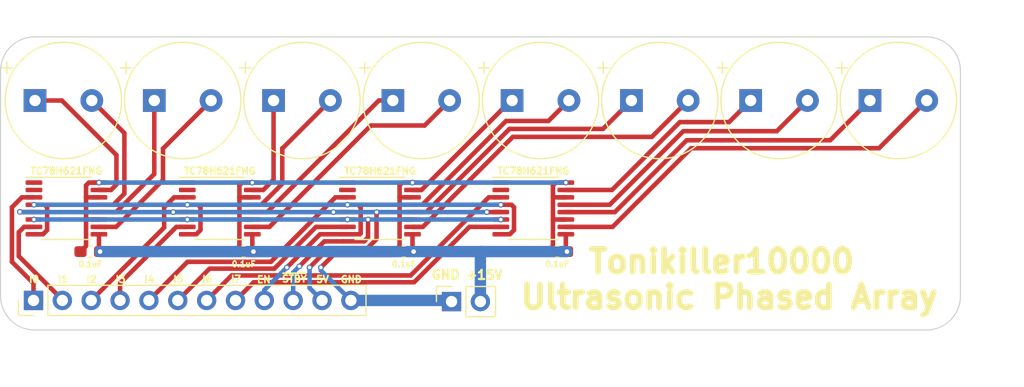
<source format=kicad_pcb>
(kicad_pcb (version 20221018) (generator pcbnew)
  (layers (0 "F.Cu" signal) (31 "B.Cu" signal) (34 "B.Paste" user) (35 "F.Paste" user) (36 "B.SilkS" user "B.Silkscreen") (37 "F.SilkS" user "F.Silkscreen") (38 "B.Mask" user) (39 "F.Mask" user) (44 "Edge.Cuts" user))
  (net 0 "")
  (net 1 "GND")
  (net 2 "+15V")
  (net 3 "/I_{0}")
  (net 4 "/I_{1}")
  (net 5 "/I_{2}")
  (net 6 "/I_{3}")
  (net 7 "/I_{4}")
  (net 8 "/I_{5}")
  (net 9 "/I_{6}")
  (net 10 "/I_{7}")
  (net 11 "/EN")
  (net 12 "/~{STBY}")
  (net 13 "+5V")
  (net 14 "Net-(U1-AO2)")
  (net 15 "Net-(U1-AO1)")
  (net 16 "Net-(U1-BO2)")
  (net 17 "Net-(U1-BO1)")
  (net 18 "Net-(U2-AO2)")
  (net 19 "Net-(U2-AO1)")
  (net 20 "Net-(U2-BO2)")
  (net 21 "Net-(U2-BO1)")
  (net 22 "Net-(U3-AO2)")
  (net 23 "Net-(U3-AO1)")
  (net 24 "Net-(U3-BO2)")
  (net 25 "Net-(U3-BO1)")
  (net 26 "Net-(U4-AO2)")
  (net 27 "Net-(U4-AO1)")
  (net 28 "Net-(U4-BO2)")
  (net 29 "Net-(U4-BO1)")
  (footprint "Capacitor_THT:CP_Radial_D10.0mm_P5.00mm" (layer "F.Cu") (at 136.432323 65.4)
    (fp_text reference "LS8" hide)
    (fp_text value "TCT40-16_UltrasonicSpeaker" hide)
    (fp_line (start -2.979646 -2.875) (end -1.979646 -2.875) (stroke (width 0.12)) (layer "F.SilkS"))
    (fp_line (start -2.479646 -3.375) (end -2.479646 -2.375) (stroke (width 0.12)) (layer "F.SilkS"))
    (fp_circle (center 2.5 0) (end 7.62 0) (stroke (width 0.12)) (fill none) (layer "F.SilkS"))
    (pad "1" thru_hole rect (at 0 0) (size 2 2) (drill 1) (layers "*.Cu" "*.Mask") (net 29 "Net-(U4-BO1)"))
    (pad "2" thru_hole circle (at 5 0) (size 2 2) (drill 1) (layers "*.Cu" "*.Mask") (net 28 "Net-(U4-BO2)"))
  )
  (footprint "Package_SO:TSSOP-16_4.4x5mm_P0.65mm" (layer "F.Cu") (at 65.7 74.9)
    (fp_text reference "U1" hide)
    (fp_text value "TC78H621FNG" (at 0 -3.3) (layer "F.SilkS") (effects (font (size 0.6 0.6))))
    (fp_line (start 0 -2.735) (end -3.6 -2.735) (stroke (width 0.12)) (layer "F.SilkS"))
    (fp_line (start 0 -2.735) (end 2.2 -2.735) (stroke (width 0.12)) (layer "F.SilkS"))
    (fp_line (start 0 2.735) (end -2.2 2.735) (stroke (width 0.12)) (layer "F.SilkS"))
    (fp_line (start 0 2.735) (end 2.2 2.735) (stroke (width 0.12)) (layer "F.SilkS"))
    (pad "1" smd roundrect (at -2.8625 -2.275) (size 1.475 0.4) (layers "F.Cu" "F.Paste" "F.Mask"))
    (pad "2" smd roundrect (at -2.8625 -1.625) (size 1.475 0.4) (layers "F.Cu" "F.Paste" "F.Mask"))
    (pad "3" smd roundrect (at -2.8625 -0.975) (size 1.475 0.4) (layers "F.Cu" "F.Paste" "F.Mask") (net 3 "/I_{0}"))
    (pad "4" smd roundrect (at -2.8625 -0.325) (size 1.475 0.4) (layers "F.Cu" "F.Paste" "F.Mask") (net 11 "/EN"))
    (pad "5" smd roundrect (at -2.8625 0.325) (size 1.475 0.4) (layers "F.Cu" "F.Paste" "F.Mask") (net 13 "+5V"))
    (pad "6" smd roundrect (at -2.8625 0.975) (size 1.475 0.4) (layers "F.Cu" "F.Paste" "F.Mask") (net 12 "/~{STBY}"))
    (pad "7" smd roundrect (at -2.8625 1.625) (size 1.475 0.4) (layers "F.Cu" "F.Paste" "F.Mask") (net 4 "/I_{1}"))
    (pad "8" smd roundrect (at -2.8625 2.275) (size 1.475 0.4) (layers "F.Cu" "F.Paste" "F.Mask") (net 11 "/EN"))
    (pad "9" smd roundrect (at 2.8625 2.275) (size 1.475 0.4) (layers "F.Cu" "F.Paste" "F.Mask") (net 2 "+15V"))
    (pad "10" smd roundrect (at 2.8625 1.625) (size 1.475 0.4) (layers "F.Cu" "F.Paste" "F.Mask") (net 16 "Net-(U1-BO2)"))
    (pad "11" smd roundrect (at 2.8625 0.975) (size 1.475 0.4) (layers "F.Cu" "F.Paste" "F.Mask") (net 1 "GND"))
    (pad "12" smd roundrect (at 2.8625 0.325) (size 1.475 0.4) (layers "F.Cu" "F.Paste" "F.Mask") (net 17 "Net-(U1-BO1)"))
    (pad "13" smd roundrect (at 2.8625 -0.325) (size 1.475 0.4) (layers "F.Cu" "F.Paste" "F.Mask") (net 14 "Net-(U1-AO2)"))
    (pad "14" smd roundrect (at 2.8625 -0.975) (size 1.475 0.4) (layers "F.Cu" "F.Paste" "F.Mask") (net 1 "GND"))
    (pad "15" smd roundrect (at 2.8625 -1.625) (size 1.475 0.4) (layers "F.Cu" "F.Paste" "F.Mask") (net 15 "Net-(U1-AO1)"))
    (pad "16" smd roundrect (at 2.8625 -2.275) (size 1.475 0.4) (layers "F.Cu" "F.Paste" "F.Mask") (net 1 "GND"))
  )
  (footprint "Capacitor_THT:CP_Radial_D10.0mm_P5.00mm" (layer "F.Cu") (at 62.932323 65.4)
    (fp_text reference "LS1" hide)
    (fp_text value "TCT40-16_UltrasonicSpeaker" hide)
    (fp_line (start -2.979646 -2.875) (end -1.979646 -2.875) (stroke (width 0.12)) (layer "F.SilkS"))
    (fp_line (start -2.479646 -3.375) (end -2.479646 -2.375) (stroke (width 0.12)) (layer "F.SilkS"))
    (fp_circle (center 2.5 0) (end 7.62 0) (stroke (width 0.12)) (fill none) (layer "F.SilkS"))
    (pad "1" thru_hole rect (at 0 0) (size 2 2) (drill 1) (layers "*.Cu" "*.Mask") (net 15 "Net-(U1-AO1)"))
    (pad "2" thru_hole circle (at 5 0) (size 2 2) (drill 1) (layers "*.Cu" "*.Mask") (net 14 "Net-(U1-AO2)"))
  )
  (footprint "Package_SO:TSSOP-16_4.4x5mm_P0.65mm" (layer "F.Cu") (at 93.3 74.9)
    (fp_text reference "U3" hide)
    (fp_text value "TC78H621FNG" (at 0 -3.3) (layer "F.SilkS") (effects (font (size 0.6 0.6))))
    (fp_line (start 0 -2.735) (end -3.6 -2.735) (stroke (width 0.12)) (layer "F.SilkS"))
    (fp_line (start 0 -2.735) (end 2.2 -2.735) (stroke (width 0.12)) (layer "F.SilkS"))
    (fp_line (start 0 2.735) (end -2.2 2.735) (stroke (width 0.12)) (layer "F.SilkS"))
    (fp_line (start 0 2.735) (end 2.2 2.735) (stroke (width 0.12)) (layer "F.SilkS"))
    (pad "1" smd roundrect (at -2.8625 -2.275) (size 1.475 0.4) (layers "F.Cu" "F.Paste" "F.Mask"))
    (pad "2" smd roundrect (at -2.8625 -1.625) (size 1.475 0.4) (layers "F.Cu" "F.Paste" "F.Mask"))
    (pad "3" smd roundrect (at -2.8625 -0.975) (size 1.475 0.4) (layers "F.Cu" "F.Paste" "F.Mask") (net 7 "/I_{4}"))
    (pad "4" smd roundrect (at -2.8625 -0.325) (size 1.475 0.4) (layers "F.Cu" "F.Paste" "F.Mask") (net 11 "/EN"))
    (pad "5" smd roundrect (at -2.8625 0.325) (size 1.475 0.4) (layers "F.Cu" "F.Paste" "F.Mask") (net 13 "+5V"))
    (pad "6" smd roundrect (at -2.8625 0.975) (size 1.475 0.4) (layers "F.Cu" "F.Paste" "F.Mask") (net 12 "/~{STBY}"))
    (pad "7" smd roundrect (at -2.8625 1.625) (size 1.475 0.4) (layers "F.Cu" "F.Paste" "F.Mask") (net 8 "/I_{5}"))
    (pad "8" smd roundrect (at -2.8625 2.275) (size 1.475 0.4) (layers "F.Cu" "F.Paste" "F.Mask") (net 11 "/EN"))
    (pad "9" smd roundrect (at 2.8625 2.275) (size 1.475 0.4) (layers "F.Cu" "F.Paste" "F.Mask") (net 2 "+15V"))
    (pad "10" smd roundrect (at 2.8625 1.625) (size 1.475 0.4) (layers "F.Cu" "F.Paste" "F.Mask") (net 24 "Net-(U3-BO2)"))
    (pad "11" smd roundrect (at 2.8625 0.975) (size 1.475 0.4) (layers "F.Cu" "F.Paste" "F.Mask") (net 1 "GND"))
    (pad "12" smd roundrect (at 2.8625 0.325) (size 1.475 0.4) (layers "F.Cu" "F.Paste" "F.Mask") (net 25 "Net-(U3-BO1)"))
    (pad "13" smd roundrect (at 2.8625 -0.325) (size 1.475 0.4) (layers "F.Cu" "F.Paste" "F.Mask") (net 22 "Net-(U3-AO2)"))
    (pad "14" smd roundrect (at 2.8625 -0.975) (size 1.475 0.4) (layers "F.Cu" "F.Paste" "F.Mask") (net 1 "GND"))
    (pad "15" smd roundrect (at 2.8625 -1.625) (size 1.475 0.4) (layers "F.Cu" "F.Paste" "F.Mask") (net 23 "Net-(U3-AO1)"))
    (pad "16" smd roundrect (at 2.8625 -2.275) (size 1.475 0.4) (layers "F.Cu" "F.Paste" "F.Mask") (net 1 "GND"))
  )
  (footprint "Connector_PinSocket_2.54mm:PinSocket_1x02_P2.54mm_Vertical" (layer "F.Cu") (at 99.6 83.1 90)
    (fp_text reference "J2" hide)
    (fp_text value "Conn_01x02_Socket")
    (fp_line (start -1.33 1.27) (end -1.33 3.87) (stroke (width 0.12)) (layer "F.SilkS"))
    (fp_line (start -1.33 1.27) (end 1.33 1.27) (stroke (width 0.12)) (layer "F.SilkS"))
    (fp_line (start -1.33 3.87) (end 1.33 3.87) (stroke (width 0.12)) (layer "F.SilkS"))
    (fp_line (start 0 -1.33) (end 1.33 -1.33) (stroke (width 0.12)) (layer "F.SilkS"))
    (fp_line (start 1.33 -1.33) (end 1.33 0) (stroke (width 0.12)) (layer "F.SilkS"))
    (fp_line (start 1.33 1.27) (end 1.33 3.87) (stroke (width 0.12)) (layer "F.SilkS"))
    (pad "1" thru_hole rect (at 0 0 90) (size 1.7 1.7) (drill 1) (layers "*.Cu" "*.Mask") (net 1 "GND"))
    (pad "2" thru_hole oval (at 0 2.54 90) (size 1.7 1.7) (drill 1) (layers "*.Cu" "*.Mask") (net 2 "+15V"))
  )
  (footprint "Connector_PinHeader_2.54mm:PinHeader_1x12_P2.54mm_Vertical" (layer "F.Cu") (at 62.8 83 90)
    (fp_text reference "J1" hide)
    (fp_text value "Conn_01x12_Pin")
    (fp_line (start -1.33 -1.33) (end 0 -1.33) (stroke (width 0.12)) (layer "F.SilkS"))
    (fp_line (start -1.33 0) (end -1.33 -1.33) (stroke (width 0.12)) (layer "F.SilkS"))
    (fp_line (start -1.33 1.27) (end -1.33 29.27) (stroke (width 0.12)) (layer "F.SilkS"))
    (fp_line (start -1.33 1.27) (end 1.33 1.27) (stroke (width 0.12)) (layer "F.SilkS"))
    (fp_line (start -1.33 29.27) (end 1.33 29.27) (stroke (width 0.12)) (layer "F.SilkS"))
    (fp_line (start 1.33 1.27) (end 1.33 29.27) (stroke (width 0.12)) (layer "F.SilkS"))
    (pad "1" thru_hole rect (at 0 0 90) (size 1.7 1.7) (drill 1) (layers "*.Cu" "*.Mask") (net 3 "/I_{0}"))
    (pad "2" thru_hole oval (at 0 2.54 90) (size 1.7 1.7) (drill 1) (layers "*.Cu" "*.Mask") (net 4 "/I_{1}"))
    (pad "3" thru_hole oval (at 0 5.08 90) (size 1.7 1.7) (drill 1) (layers "*.Cu" "*.Mask") (net 5 "/I_{2}"))
    (pad "4" thru_hole oval (at 0 7.62 90) (size 1.7 1.7) (drill 1) (layers "*.Cu" "*.Mask") (net 6 "/I_{3}"))
    (pad "5" thru_hole oval (at 0 10.16 90) (size 1.7 1.7) (drill 1) (layers "*.Cu" "*.Mask") (net 7 "/I_{4}"))
    (pad "6" thru_hole oval (at 0 12.7 90) (size 1.7 1.7) (drill 1) (layers "*.Cu" "*.Mask") (net 8 "/I_{5}"))
    (pad "7" thru_hole oval (at 0 15.24 90) (size 1.7 1.7) (drill 1) (layers "*.Cu" "*.Mask") (net 9 "/I_{6}"))
    (pad "8" thru_hole oval (at 0 17.78 90) (size 1.7 1.7) (drill 1) (layers "*.Cu" "*.Mask") (net 10 "/I_{7}"))
    (pad "9" thru_hole oval (at 0 20.32 90) (size 1.7 1.7) (drill 1) (layers "*.Cu" "*.Mask") (net 11 "/EN"))
    (pad "10" thru_hole oval (at 0 22.86 90) (size 1.7 1.7) (drill 1) (layers "*.Cu" "*.Mask") (net 12 "/~{STBY}"))
    (pad "11" thru_hole oval (at 0 25.4 90) (size 1.7 1.7) (drill 1) (layers "*.Cu" "*.Mask") (net 13 "+5V"))
    (pad "12" thru_hole oval (at 0 27.94 90) (size 1.7 1.7) (drill 1) (layers "*.Cu" "*.Mask") (net 1 "GND"))
  )
  (footprint "Capacitor_SMD:C_0603_1608Metric_Pad1.08x0.95mm_HandSolder" (layer "F.Cu") (at 81.3 78.7)
    (fp_text reference "C2" hide)
    (fp_text value "0.1uF" (at 0 1.1) (layer "F.SilkS") (effects (font (size 0.5 0.5) (thickness 0.125))))
    (fp_line (start -0.146267 -0.51) (end 0.146267 -0.51) (stroke (width 0.12)) (layer "F.SilkS"))
    (fp_line (start -0.146267 0.51) (end 0.146267 0.51) (stroke (width 0.12)) (layer "F.SilkS"))
    (pad "1" smd roundrect (at -0.8625 0) (size 1.075 0.95) (layers "F.Cu" "F.Paste" "F.Mask") (net 1 "GND"))
    (pad "2" smd roundrect (at 0.8625 0) (size 1.075 0.95) (layers "F.Cu" "F.Paste" "F.Mask") (net 2 "+15V"))
  )
  (footprint "Capacitor_THT:CP_Radial_D10.0mm_P5.00mm" (layer "F.Cu") (at 83.932323 65.4)
    (fp_text reference "LS3" hide)
    (fp_text value "TCT40-16_UltrasonicSpeaker" hide)
    (fp_line (start -2.979646 -2.875) (end -1.979646 -2.875) (stroke (width 0.12)) (layer "F.SilkS"))
    (fp_line (start -2.479646 -3.375) (end -2.479646 -2.375) (stroke (width 0.12)) (layer "F.SilkS"))
    (fp_circle (center 2.5 0) (end 7.62 0) (stroke (width 0.12)) (fill none) (layer "F.SilkS"))
    (pad "1" thru_hole rect (at 0 0) (size 2 2) (drill 1) (layers "*.Cu" "*.Mask") (net 19 "Net-(U2-AO1)"))
    (pad "2" thru_hole circle (at 5 0) (size 2 2) (drill 1) (layers "*.Cu" "*.Mask") (net 18 "Net-(U2-AO2)"))
  )
  (footprint "Capacitor_SMD:C_0603_1608Metric_Pad1.08x0.95mm_HandSolder" (layer "F.Cu") (at 67.8 78.7)
    (fp_text reference "C1" hide)
    (fp_text value "0.1uF" (at 0 1.1) (layer "F.SilkS") (effects (font (size 0.5 0.5) (thickness 0.125))))
    (fp_line (start -0.146267 -0.51) (end 0.146267 -0.51) (stroke (width 0.12)) (layer "F.SilkS"))
    (fp_line (start -0.146267 0.51) (end 0.146267 0.51) (stroke (width 0.12)) (layer "F.SilkS"))
    (pad "1" smd roundrect (at -0.8625 0) (size 1.075 0.95) (layers "F.Cu" "F.Paste" "F.Mask") (net 1 "GND"))
    (pad "2" smd roundrect (at 0.8625 0) (size 1.075 0.95) (layers "F.Cu" "F.Paste" "F.Mask") (net 2 "+15V"))
  )
  (footprint "Capacitor_THT:CP_Radial_D10.0mm_P5.00mm" (layer "F.Cu") (at 125.932323 65.4)
    (fp_text reference "LS7" hide)
    (fp_text value "TCT40-16_UltrasonicSpeaker" hide)
    (fp_line (start -2.979646 -2.875) (end -1.979646 -2.875) (stroke (width 0.12)) (layer "F.SilkS"))
    (fp_line (start -2.479646 -3.375) (end -2.479646 -2.375) (stroke (width 0.12)) (layer "F.SilkS"))
    (fp_circle (center 2.5 0) (end 7.62 0) (stroke (width 0.12)) (fill none) (layer "F.SilkS"))
    (pad "1" thru_hole rect (at 0 0) (size 2 2) (drill 1) (layers "*.Cu" "*.Mask") (net 27 "Net-(U4-AO1)"))
    (pad "2" thru_hole circle (at 5 0) (size 2 2) (drill 1) (layers "*.Cu" "*.Mask") (net 26 "Net-(U4-AO2)"))
  )
  (footprint "Capacitor_THT:CP_Radial_D10.0mm_P5.00mm" (layer "F.Cu") (at 104.932323 65.4)
    (fp_text reference "LS5" hide)
    (fp_text value "TCT40-16_UltrasonicSpeaker" hide)
    (fp_line (start -2.979646 -2.875) (end -1.979646 -2.875) (stroke (width 0.12)) (layer "F.SilkS"))
    (fp_line (start -2.479646 -3.375) (end -2.479646 -2.375) (stroke (width 0.12)) (layer "F.SilkS"))
    (fp_circle (center 2.5 0) (end 7.62 0) (stroke (width 0.12)) (fill none) (layer "F.SilkS"))
    (pad "1" thru_hole rect (at 0 0) (size 2 2) (drill 1) (layers "*.Cu" "*.Mask") (net 23 "Net-(U3-AO1)"))
    (pad "2" thru_hole circle (at 5 0) (size 2 2) (drill 1) (layers "*.Cu" "*.Mask") (net 22 "Net-(U3-AO2)"))
  )
  (footprint "Package_SO:TSSOP-16_4.4x5mm_P0.65mm" (layer "F.Cu") (at 79.2 74.9)
    (fp_text reference "U2" hide)
    (fp_text value "TC78H621FNG" (at 0 -3.3) (layer "F.SilkS") (effects (font (size 0.6 0.6))))
    (fp_line (start 0 -2.735) (end -3.6 -2.735) (stroke (width 0.12)) (layer "F.SilkS"))
    (fp_line (start 0 -2.735) (end 2.2 -2.735) (stroke (width 0.12)) (layer "F.SilkS"))
    (fp_line (start 0 2.735) (end -2.2 2.735) (stroke (width 0.12)) (layer "F.SilkS"))
    (fp_line (start 0 2.735) (end 2.2 2.735) (stroke (width 0.12)) (layer "F.SilkS"))
    (pad "1" smd roundrect (at -2.8625 -2.275) (size 1.475 0.4) (layers "F.Cu" "F.Paste" "F.Mask"))
    (pad "2" smd roundrect (at -2.8625 -1.625) (size 1.475 0.4) (layers "F.Cu" "F.Paste" "F.Mask"))
    (pad "3" smd roundrect (at -2.8625 -0.975) (size 1.475 0.4) (layers "F.Cu" "F.Paste" "F.Mask") (net 5 "/I_{2}"))
    (pad "4" smd roundrect (at -2.8625 -0.325) (size 1.475 0.4) (layers "F.Cu" "F.Paste" "F.Mask") (net 11 "/EN"))
    (pad "5" smd roundrect (at -2.8625 0.325) (size 1.475 0.4) (layers "F.Cu" "F.Paste" "F.Mask") (net 13 "+5V"))
    (pad "6" smd roundrect (at -2.8625 0.975) (size 1.475 0.4) (layers "F.Cu" "F.Paste" "F.Mask") (net 12 "/~{STBY}"))
    (pad "7" smd roundrect (at -2.8625 1.625) (size 1.475 0.4) (layers "F.Cu" "F.Paste" "F.Mask") (net 6 "/I_{3}"))
    (pad "8" smd roundrect (at -2.8625 2.275) (size 1.475 0.4) (layers "F.Cu" "F.Paste" "F.Mask") (net 11 "/EN"))
    (pad "9" smd roundrect (at 2.8625 2.275) (size 1.475 0.4) (layers "F.Cu" "F.Paste" "F.Mask") (net 2 "+15V"))
    (pad "10" smd roundrect (at 2.8625 1.625) (size 1.475 0.4) (layers "F.Cu" "F.Paste" "F.Mask") (net 20 "Net-(U2-BO2)"))
    (pad "11" smd roundrect (at 2.8625 0.975) (size 1.475 0.4) (layers "F.Cu" "F.Paste" "F.Mask") (net 1 "GND"))
    (pad "12" smd roundrect (at 2.8625 0.325) (size 1.475 0.4) (layers "F.Cu" "F.Paste" "F.Mask") (net 21 "Net-(U2-BO1)"))
    (pad "13" smd roundrect (at 2.8625 -0.325) (size 1.475 0.4) (layers "F.Cu" "F.Paste" "F.Mask") (net 18 "Net-(U2-AO2)"))
    (pad "14" smd roundrect (at 2.8625 -0.975) (size 1.475 0.4) (layers "F.Cu" "F.Paste" "F.Mask") (net 1 "GND"))
    (pad "15" smd roundrect (at 2.8625 -1.625) (size 1.475 0.4) (layers "F.Cu" "F.Paste" "F.Mask") (net 19 "Net-(U2-AO1)"))
    (pad "16" smd roundrect (at 2.8625 -2.275) (size 1.475 0.4) (layers "F.Cu" "F.Paste" "F.Mask") (net 1 "GND"))
  )
  (footprint "Capacitor_THT:CP_Radial_D10.0mm_P5.00mm" (layer "F.Cu") (at 94.432323 65.4)
    (fp_text reference "LS4" hide)
    (fp_text value "TCT40-16_UltrasonicSpeaker" hide)
    (fp_line (start -2.979646 -2.875) (end -1.979646 -2.875) (stroke (width 0.12)) (layer "F.SilkS"))
    (fp_line (start -2.479646 -3.375) (end -2.479646 -2.375) (stroke (width 0.12)) (layer "F.SilkS"))
    (fp_circle (center 2.5 0) (end 7.62 0) (stroke (width 0.12)) (fill none) (layer "F.SilkS"))
    (pad "1" thru_hole rect (at 0 0) (size 2 2) (drill 1) (layers "*.Cu" "*.Mask") (net 21 "Net-(U2-BO1)"))
    (pad "2" thru_hole circle (at 5 0) (size 2 2) (drill 1) (layers "*.Cu" "*.Mask") (net 20 "Net-(U2-BO2)"))
  )
  (footprint "Capacitor_SMD:C_0603_1608Metric_Pad1.08x0.95mm_HandSolder" (layer "F.Cu") (at 108.9 78.7)
    (fp_text reference "C4" hide)
    (fp_text value "0.1uF" (at 0 1.1) (layer "F.SilkS") (effects (font (size 0.5 0.5) (thickness 0.125))))
    (fp_line (start -0.146267 -0.51) (end 0.146267 -0.51) (stroke (width 0.12)) (layer "F.SilkS"))
    (fp_line (start -0.146267 0.51) (end 0.146267 0.51) (stroke (width 0.12)) (layer "F.SilkS"))
    (pad "1" smd roundrect (at -0.8625 0) (size 1.075 0.95) (layers "F.Cu" "F.Paste" "F.Mask") (net 1 "GND"))
    (pad "2" smd roundrect (at 0.8625 0) (size 1.075 0.95) (layers "F.Cu" "F.Paste" "F.Mask") (net 2 "+15V"))
  )
  (footprint "Capacitor_THT:CP_Radial_D10.0mm_P5.00mm" (layer "F.Cu") (at 73.432323 65.4)
    (fp_text reference "LS2" hide)
    (fp_text value "TCT40-16_UltrasonicSpeaker" hide)
    (fp_line (start -2.979646 -2.875) (end -1.979646 -2.875) (stroke (width 0.12)) (layer "F.SilkS"))
    (fp_line (start -2.479646 -3.375) (end -2.479646 -2.375) (stroke (width 0.12)) (layer "F.SilkS"))
    (fp_circle (center 2.5 0) (end 7.62 0) (stroke (width 0.12)) (fill none) (layer "F.SilkS"))
    (pad "1" thru_hole rect (at 0 0) (size 2 2) (drill 1) (layers "*.Cu" "*.Mask") (net 17 "Net-(U1-BO1)"))
    (pad "2" thru_hole circle (at 5 0) (size 2 2) (drill 1) (layers "*.Cu" "*.Mask") (net 16 "Net-(U1-BO2)"))
  )
  (footprint "Capacitor_THT:CP_Radial_D10.0mm_P5.00mm" (layer "F.Cu") (at 115.432323 65.4)
    (fp_text reference "LS6" hide)
    (fp_text value "TCT40-16_UltrasonicSpeaker" hide)
    (fp_line (start -2.979646 -2.875) (end -1.979646 -2.875) (stroke (width 0.12)) (layer "F.SilkS"))
    (fp_line (start -2.479646 -3.375) (end -2.479646 -2.375) (stroke (width 0.12)) (layer "F.SilkS"))
    (fp_circle (center 2.5 0) (end 7.62 0) (stroke (width 0.12)) (fill none) (layer "F.SilkS"))
    (pad "1" thru_hole rect (at 0 0) (size 2 2) (drill 1) (layers "*.Cu" "*.Mask") (net 25 "Net-(U3-BO1)"))
    (pad "2" thru_hole circle (at 5 0) (size 2 2) (drill 1) (layers "*.Cu" "*.Mask") (net 24 "Net-(U3-BO2)"))
  )
  (footprint "Package_SO:TSSOP-16_4.4x5mm_P0.65mm" (layer "F.Cu") (at 106.8 74.9)
    (fp_text reference "U4" hide)
    (fp_text value "TC78H621FNG" (at 0 -3.3) (layer "F.SilkS") (effects (font (size 0.6 0.6))))
    (fp_line (start 0 -2.735) (end -3.6 -2.735) (stroke (width 0.12)) (layer "F.SilkS"))
    (fp_line (start 0 -2.735) (end 2.2 -2.735) (stroke (width 0.12)) (layer "F.SilkS"))
    (fp_line (start 0 2.735) (end -2.2 2.735) (stroke (width 0.12)) (layer "F.SilkS"))
    (fp_line (start 0 2.735) (end 2.2 2.735) (stroke (width 0.12)) (layer "F.SilkS"))
    (pad "1" smd roundrect (at -2.8625 -2.275) (size 1.475 0.4) (layers "F.Cu" "F.Paste" "F.Mask"))
    (pad "2" smd roundrect (at -2.8625 -1.625) (size 1.475 0.4) (layers "F.Cu" "F.Paste" "F.Mask"))
    (pad "3" smd roundrect (at -2.8625 -0.975) (size 1.475 0.4) (layers "F.Cu" "F.Paste" "F.Mask") (net 9 "/I_{6}"))
    (pad "4" smd roundrect (at -2.8625 -0.325) (size 1.475 0.4) (layers "F.Cu" "F.Paste" "F.Mask") (net 11 "/EN"))
    (pad "5" smd roundrect (at -2.8625 0.325) (size 1.475 0.4) (layers "F.Cu" "F.Paste" "F.Mask") (net 13 "+5V"))
    (pad "6" smd roundrect (at -2.8625 0.975) (size 1.475 0.4) (layers "F.Cu" "F.Paste" "F.Mask") (net 12 "/~{STBY}"))
    (pad "7" smd roundrect (at -2.8625 1.625) (size 1.475 0.4) (layers "F.Cu" "F.Paste" "F.Mask") (net 10 "/I_{7}"))
    (pad "8" smd roundrect (at -2.8625 2.275) (size 1.475 0.4) (layers "F.Cu" "F.Paste" "F.Mask") (net 11 "/EN"))
    (pad "9" smd roundrect (at 2.8625 2.275) (size 1.475 0.4) (layers "F.Cu" "F.Paste" "F.Mask") (net 2 "+15V"))
    (pad "10" smd roundrect (at 2.8625 1.625) (size 1.475 0.4) (layers "F.Cu" "F.Paste" "F.Mask") (net 28 "Net-(U4-BO2)"))
    (pad "11" smd roundrect (at 2.8625 0.975) (size 1.475 0.4) (layers "F.Cu" "F.Paste" "F.Mask") (net 1 "GND"))
    (pad "12" smd roundrect (at 2.8625 0.325) (size 1.475 0.4) (layers "F.Cu" "F.Paste" "F.Mask") (net 29 "Net-(U4-BO1)"))
    (pad "13" smd roundrect (at 2.8625 -0.325) (size 1.475 0.4) (layers "F.Cu" "F.Paste" "F.Mask") (net 26 "Net-(U4-AO2)"))
    (pad "14" smd roundrect (at 2.8625 -0.975) (size 1.475 0.4) (layers "F.Cu" "F.Paste" "F.Mask") (net 1 "GND"))
    (pad "15" smd roundrect (at 2.8625 -1.625) (size 1.475 0.4) (layers "F.Cu" "F.Paste" "F.Mask") (net 27 "Net-(U4-AO1)"))
    (pad "16" smd roundrect (at 2.8625 -2.275) (size 1.475 0.4) (layers "F.Cu" "F.Paste" "F.Mask") (net 1 "GND"))
  )
  (footprint "Capacitor_SMD:C_0603_1608Metric_Pad1.08x0.95mm_HandSolder" (layer "F.Cu") (at 95.4 78.7)
    (fp_text reference "C3" hide)
    (fp_text value "0.1uF" (at 0 1.1) (layer "F.SilkS") (effects (font (size 0.5 0.5) (thickness 0.125))))
    (fp_line (start -0.146267 -0.51) (end 0.146267 -0.51) (stroke (width 0.12)) (layer "F.SilkS"))
    (fp_line (start -0.146267 0.51) (end 0.146267 0.51) (stroke (width 0.12)) (layer "F.SilkS"))
    (pad "1" smd roundrect (at -0.8625 0) (size 1.075 0.95) (layers "F.Cu" "F.Paste" "F.Mask") (net 1 "GND"))
    (pad "2" smd roundrect (at 0.8625 0) (size 1.075 0.95) (layers "F.Cu" "F.Paste" "F.Mask") (net 2 "+15V"))
  )
  (gr_line (start 144.4 82.6) (end 144.4 62.8) (stroke (width 0.1)) (layer "Edge.Cuts"))
  (gr_line (start 141.4 59.8) (end 62.9 59.8) (stroke (width 0.1)) (layer "Edge.Cuts"))
  (gr_arc (start 144.4 82.6) (mid 143.52132 84.72132) (end 141.4 85.6) (stroke (width 0.1)) (layer "Edge.Cuts"))
  (gr_line (start 62.9 85.6) (end 141.4 85.6) (stroke (width 0.1)) (layer "Edge.Cuts"))
  (gr_line (start 59.9 62.8) (end 59.9 82.6) (stroke (width 0.1)) (layer "Edge.Cuts"))
  (gr_arc (start 62.9 85.6) (mid 60.77868 84.72132) (end 59.9 82.6) (stroke (width 0.1)) (layer "Edge.Cuts"))
  (gr_arc (start 59.9 62.8) (mid 60.77868 60.67868) (end 62.9 59.8) (stroke (width 0.1)) (layer "Edge.Cuts"))
  (gr_arc (start 141.4 59.8) (mid 143.52132 60.67868) (end 144.4 62.8) (stroke (width 0.1)) (layer "Edge.Cuts"))
  (gr_text "~{STBY}" (at 84.6 81.45) (layer "F.SilkS") (effects (font (size 0.6 0.6) (thickness 0.15) bold) (justify left bottom)))
  (gr_text "GND\n" (at 97.73 81.21) (layer "F.SilkS") (effects (font (size 0.8 0.8) (thickness 0.2) bold) (justify left bottom)))
  (gr_text "Ultrasonic Phased Array" (at 124.05 83.87) (layer "F.SilkS") (effects (font (size 2 2) (thickness 0.5) bold) (justify bottom)))
  (gr_text "I4" (at 72.476956 81.49) (layer "F.SilkS") (effects (font (size 0.6 0.6) (thickness 0.15) bold) (justify left bottom)))
  (gr_text "Tonikiller10000" (at 111.41 80.74) (layer "F.SilkS") (effects (font (size 2 2) (thickness 0.5) bold) (justify left bottom)))
  (gr_text "GND" (at 89.76 81.5) (layer "F.SilkS") (effects (font (size 0.6 0.6) (thickness 0.15) bold) (justify left bottom)))
  (gr_text "I0\n" (at 62.32 81.49) (layer "F.SilkS") (effects (font (size 0.6 0.6) (thickness 0.15) bold) (justify left bottom)))
  (gr_text "I1" (at 64.859239 81.49) (layer "F.SilkS") (effects (font (size 0.6 0.6) (thickness 0.15) bold) (justify left bottom)))
  (gr_text "I5" (at 75.016195 81.49) (layer "F.SilkS") (effects (font (size 0.6 0.6) (thickness 0.15) bold) (justify left bottom)))
  (gr_text "5V" (at 87.6 81.49) (layer "F.SilkS") (effects (font (size 0.6 0.6) (thickness 0.15) bold) (justify left bottom)))
  (gr_text "+15V" (at 100.74 81.22) (layer "F.SilkS") (effects (font (size 0.8 0.8) (thickness 0.2) bold) (justify left bottom)))
  (gr_text "I2" (at 67.398478 81.49) (layer "F.SilkS") (effects (font (size 0.6 0.6) (thickness 0.15) bold) (justify left bottom)))
  (gr_text "I7" (at 80.094675 81.47) (layer "F.SilkS") (effects (font (size 0.6 0.6) (thickness 0.15) bold) (justify left bottom)))
  (gr_text "EN" (at 82.39 81.51) (layer "F.SilkS") (effects (font (size 0.6 0.6) (thickness 0.15) bold) (justify left bottom)))
  (gr_text "I6" (at 77.555434 81.49) (layer "F.SilkS") (effects (font (size 0.6 0.6) (thickness 0.15) bold) (justify left bottom)))
  (gr_text "I3" (at 69.937717 81.49) (layer "F.SilkS") (effects (font (size 0.6 0.6) (thickness 0.15) bold) (justify left bottom)))
  (segment (start 108.775 72.625) (end 108.525 72.875) (width 0.4) (layer "F.Cu") (net 1))
  (segment (start 109.6625 72.625) (end 108.775 72.625) (width 0.4) (layer "F.Cu") (net 1))
  (segment (start 80.925 73.9) (end 80.925 75.4) (width 0.4) (layer "F.Cu") (net 1))
  (segment (start 80.95 73.925) (end 80.925 73.9) (width 0.4) (layer "F.Cu") (net 1))
  (segment (start 95.025 73.9) (end 95.025 75.4) (width 0.4) (layer "F.Cu") (net 1))
  (segment (start 68.5625 73.925) (end 67.45 73.925) (width 0.4) (layer "F.Cu") (net 1))
  (segment (start 67.425 78.2125) (end 66.9375 78.7) (width 0.4) (layer "F.Cu") (net 1))
  (segment (start 80.95 75.875) (end 80.925 75.9) (width 0.4) (layer "F.Cu") (net 1))
  (segment (start 108.525 75.4) (end 108.525 75.9) (width 0.4) (layer "F.Cu") (net 1))
  (segment (start 95.025 75.4) (end 95.025 75.9) (width 0.4) (layer "F.Cu") (net 1))
  (segment (start 80.925 72.875) (end 80.925 73.9) (width 0.4) (layer "F.Cu") (net 1))
  (segment (start 94.5375 78.7) (end 94.2375 79) (width 0.4) (layer "F.Cu") (net 1))
  (segment (start 90.6 79) (end 89.2 79) (width 0.4) (layer "F.Cu") (net 1))
  (segment (start 95.05 75.875) (end 95.025 75.9) (width 0.4) (layer "F.Cu") (net 1))
  (segment (start 80.925 75.4) (end 80.925 75.9) (width 0.4) (layer "F.Cu") (net 1))
  (segment (start 108.525 78.2125) (end 108.0375 78.7) (width 0.4) (layer "F.Cu") (net 1))
  (segment (start 95.025 75.9) (end 95.025 78.2125) (width 0.4) (layer "F.Cu") (net 1))
  (segment (start 95.025 78.2125) (end 94.5375 78.7) (width 0.4) (layer "F.Cu") (net 1))
  (segment (start 96.1625 75.875) (end 95.05 75.875) (width 0.4) (layer "F.Cu") (net 1))
  (segment (start 80.925 78.2125) (end 80.4375 78.7) (width 0.4) (layer "F.Cu") (net 1))
  (segment (start 94.2375 79) (end 90.6 79) (width 0.4) (layer "F.Cu") (net 1))
  (segment (start 95.05 73.925) (end 95.025 73.9) (width 0.4) (layer "F.Cu") (net 1))
  (segment (start 108.525 72.875) (end 108.525 73.9) (width 0.4) (layer "F.Cu") (net 1))
  (segment (start 89.2 79) (end 88.1 80.1) (width 0.4) (layer "F.Cu") (net 1))
  (segment (start 67.675 72.625) (end 67.425 72.875) (width 0.4) (layer "F.Cu") (net 1))
  (segment (start 108.55 73.925) (end 108.525 73.9) (width 0.4) (layer "F.Cu") (net 1))
  (segment (start 67.425 72.875) (end 67.425 73.9) (width 0.4) (layer "F.Cu") (net 1))
  (segment (start 96.1625 73.925) (end 95.05 73.925) (width 0.4) (layer "F.Cu") (net 1))
  (segment (start 95.025 72.875) (end 95.025 73.9) (width 0.4) (layer "F.Cu") (net 1))
  (segment (start 108.55 75.875) (end 108.525 75.9) (width 0.4) (layer "F.Cu") (net 1))
  (segment (start 82.0625 73.925) (end 80.95 73.925) (width 0.4) (layer "F.Cu") (net 1))
  (segment (start 109.6625 75.875) (end 108.55 75.875) (width 0.4) (layer "F.Cu") (net 1))
  (segment (start 95.275 72.625) (end 95.025 72.875) (width 0.4) (layer "F.Cu") (net 1))
  (segment (start 82.0625 72.625) (end 81.175 72.625) (width 0.4) (layer "F.Cu") (net 1))
  (segment (start 67.425 75.4) (end 67.425 75.9) (width 0.4) (layer "F.Cu") (net 1))
  (segment (start 80.925 75.9) (end 80.925 78.2125) (width 0.4) (layer "F.Cu") (net 1))
  (segment (start 108.525 73.9) (end 108.525 75.4) (width 0.4) (layer "F.Cu") (net 1))
  (segment (start 82.0625 75.875) (end 80.95 75.875) (width 0.4) (layer "F.Cu") (net 1))
  (segment (start 68.5625 75.875) (end 67.45 75.875) (width 0.4) (layer "F.Cu") (net 1))
  (segment (start 109.6625 73.925) (end 108.55 73.925) (width 0.4) (layer "F.Cu") (net 1))
  (segment (start 67.45 73.925) (end 67.425 73.9) (width 0.4) (layer "F.Cu") (net 1))
  (segment (start 81.175 72.625) (end 80.925 72.875) (width 0.4) (layer "F.Cu") (net 1))
  (segment (start 96.1625 72.625) (end 95.275 72.625) (width 0.4) (layer "F.Cu") (net 1))
  (segment (start 67.425 75.9) (end 67.425 78.2125) (width 0.4) (layer "F.Cu") (net 1))
  (segment (start 67.425 73.9) (end 67.425 75.4) (width 0.4) (layer "F.Cu") (net 1))
  (segment (start 68.5625 72.625) (end 67.675 72.625) (width 0.4) (layer "F.Cu") (net 1))
  (segment (start 67.45 75.875) (end 67.425 75.9) (width 0.4) (layer "F.Cu") (net 1))
  (segment (start 108.525 75.9) (end 108.525 78.2125) (width 0.4) (layer "F.Cu") (net 1))
  (via (at 82.0625 72.625) (size 0.5) (drill 0.3) (layers "F.Cu" "B.Cu") (net 1))
  (via (at 88.1 80.1) (size 0.5) (drill 0.3) (layers "F.Cu" "B.Cu") (net 1))
  (via (at 109.6625 72.625) (size 0.5) (drill 0.3) (layers "F.Cu" "B.Cu") (net 1))
  (via (at 96.1625 72.625) (size 0.5) (drill 0.3) (layers "F.Cu" "B.Cu") (net 1))
  (via (at 68.5625 72.625) (size 0.5) (drill 0.3) (layers "F.Cu" "B.Cu") (net 1))
  (segment (start 96.1625 72.625) (end 109.6625 72.625) (width 0.4) (layer "B.Cu") (net 1))
  (segment (start 88.1 80.36) (end 90.74 83) (width 0.4) (layer "B.Cu") (net 1))
  (segment (start 99.5 83) (end 90.74 83) (width 1) (layer "B.Cu") (net 1))
  (segment (start 82.0625 72.625) (end 96.1625 72.625) (width 0.4) (layer "B.Cu") (net 1))
  (segment (start 88.1 80.1) (end 88.1 80.36) (width 0.4) (layer "B.Cu") (net 1))
  (segment (start 68.5625 72.625) (end 82.0625 72.625) (width 0.4) (layer "B.Cu") (net 1))
  (segment (start 99.6 83.1) (end 99.5 83) (width 1) (layer "B.Cu") (net 1))
  (segment (start 96.1625 77.175) (end 96.1625 78.6) (width 0.4) (layer "F.Cu") (net 2))
  (segment (start 68.5625 78.6) (end 68.6625 78.7) (width 0.4) (layer "F.Cu") (net 2))
  (segment (start 109.6625 77.175) (end 109.6625 78.6) (width 0.4) (layer "F.Cu") (net 2))
  (segment (start 82.0625 78.6) (end 82.1625 78.7) (width 0.4) (layer "F.Cu") (net 2))
  (segment (start 68.5625 77.175) (end 68.5625 78.6) (width 0.4) (layer "F.Cu") (net 2))
  (segment (start 96.1625 78.6) (end 96.2625 78.7) (width 0.4) (layer "F.Cu") (net 2))
  (segment (start 82.0625 77.175) (end 82.0625 78.6) (width 0.4) (layer "F.Cu") (net 2))
  (segment (start 109.6625 78.6) (end 109.7625 78.7) (width 0.4) (layer "F.Cu") (net 2))
  (via (at 68.6625 78.7) (size 0.8) (drill 0.4) (layers "F.Cu" "B.Cu") (net 2))
  (via (at 96.2625 78.7) (size 0.8) (drill 0.4) (layers "F.Cu" "B.Cu") (net 2))
  (via (at 109.7625 78.7) (size 0.8) (drill 0.4) (layers "F.Cu" "B.Cu") (net 2))
  (via (at 82.1625 78.7) (size 0.8) (drill 0.4) (layers "F.Cu" "B.Cu") (net 2))
  (segment (start 102.2 78.7) (end 96.2625 78.7) (width 1) (layer "B.Cu") (net 2))
  (segment (start 82.1625 78.7) (end 68.6625 78.7) (width 1) (layer "B.Cu") (net 2))
  (segment (start 96.2625 78.7) (end 82.1625 78.7) (width 1) (layer "B.Cu") (net 2))
  (segment (start 109.7625 78.7) (end 102.2 78.7) (width 1) (layer "B.Cu") (net 2))
  (segment (start 102.14 83.1) (end 102.14 78.76) (width 1) (layer "B.Cu") (net 2))
  (segment (start 102.14 78.76) (end 102.2 78.7) (width 1) (layer "B.Cu") (net 2))
  (segment (start 62.8 81.5) (end 62.8 83) (width 0.4) (layer "F.Cu") (net 3))
  (segment (start 61.775 73.925) (end 60.9 74.8) (width 0.4) (layer "F.Cu") (net 3))
  (segment (start 60.9 79.6) (end 62.8 81.5) (width 0.4) (layer "F.Cu") (net 3))
  (segment (start 62.8375 73.925) (end 61.775 73.925) (width 0.4) (layer "F.Cu") (net 3))
  (segment (start 60.9 74.8) (end 60.9 79.6) (width 0.4) (layer "F.Cu") (net 3))
  (segment (start 61.5 79.1) (end 65.34 82.94) (width 0.4) (layer "F.Cu") (net 4))
  (segment (start 62.8375 76.525) (end 61.975 76.525) (width 0.4) (layer "F.Cu") (net 4))
  (segment (start 61.5 77) (end 61.5 79.1) (width 0.4) (layer "F.Cu") (net 4))
  (segment (start 61.975 76.525) (end 61.5 77) (width 0.4) (layer "F.Cu") (net 4))
  (segment (start 65.34 82.94) (end 65.34 83) (width 0.4) (layer "F.Cu") (net 4))
  (segment (start 76.2375 73.925) (end 75.175 73.925) (width 0.4) (layer "F.Cu") (net 5))
  (segment (start 75.175 73.925) (end 74.3 74.8) (width 0.4) (layer "F.Cu") (net 5))
  (segment (start 74.3 76.58) (end 67.88 83) (width 0.4) (layer "F.Cu") (net 5))
  (segment (start 74.3 74.8) (end 74.3 76.58) (width 0.4) (layer "F.Cu") (net 5))
  (segment (start 70.42 81.48) (end 70.42 83) (width 0.4) (layer "F.Cu") (net 6))
  (segment (start 75.375 76.525) (end 70.42 81.48) (width 0.4) (layer "F.Cu") (net 6))
  (segment (start 76.2375 76.525) (end 75.375 76.525) (width 0.4) (layer "F.Cu") (net 6))
  (segment (start 83.7 79.6) (end 76.36 79.6) (width 0.4) (layer "F.Cu") (net 7))
  (segment (start 89.375 73.925) (end 83.7 79.6) (width 0.4) (layer "F.Cu") (net 7))
  (segment (start 90.4375 73.925) (end 89.375 73.925) (width 0.4) (layer "F.Cu") (net 7))
  (segment (start 76.36 79.6) (end 72.96 83) (width 0.4) (layer "F.Cu") (net 7))
  (segment (start 84 80.2) (end 78.3 80.2) (width 0.4) (layer "F.Cu") (net 8))
  (segment (start 78.3 80.2) (end 75.5 83) (width 0.4) (layer "F.Cu") (net 8))
  (segment (start 87.675 76.525) (end 84 80.2) (width 0.4) (layer "F.Cu") (net 8))
  (segment (start 90.4375 76.525) (end 87.675 76.525) (width 0.4) (layer "F.Cu") (net 8))
  (segment (start 103.9375 73.925) (end 102.875 73.925) (width 0.4) (layer "F.Cu") (net 9))
  (segment (start 96 80.8) (end 102.25 74.55) (width 0.4) (layer "F.Cu") (net 9))
  (segment (start 78.04 83) (end 80.24 80.8) (width 0.4) (layer "F.Cu") (net 9))
  (segment (start 102.875 73.925) (end 102.25 74.55) (width 0.4) (layer "F.Cu") (net 9))
  (segment (start 80.24 80.8) (end 96 80.8) (width 0.4) (layer "F.Cu") (net 9))
  (segment (start 96.3 81.4) (end 82.18 81.4) (width 0.4) (layer "F.Cu") (net 10))
  (segment (start 82.18 81.4) (end 80.58 83) (width 0.4) (layer "F.Cu") (net 10))
  (segment (start 101.175 76.525) (end 96.3 81.4) (width 0.4) (layer "F.Cu") (net 10))
  (segment (start 103.9375 76.525) (end 101.175 76.525) (width 0.4) (layer "F.Cu") (net 10))
  (segment (start 64 76.807108) (end 63.632108 77.175) (width 0.4) (layer "F.Cu") (net 11))
  (segment (start 64 74.8) (end 64 76.807108) (width 0.4) (layer "F.Cu") (net 11))
  (segment (start 103.9375 74.575) (end 104.875 74.575) (width 0.4) (layer "F.Cu") (net 11))
  (segment (start 76.3375 74.575) (end 77.275 74.575) (width 0.4) (layer "F.Cu") (net 11))
  (segment (start 77.5 76.807108) (end 77.132108 77.175) (width 0.4) (layer "F.Cu") (net 11))
  (segment (start 77.275 74.575) (end 77.5 74.8) (width 0.4) (layer "F.Cu") (net 11))
  (segment (start 62.8375 74.575) (end 63.775 74.575) (width 0.4) (layer "F.Cu") (net 11))
  (segment (start 91.6 74.8) (end 91.6 77.1) (width 0.4) (layer "F.Cu") (net 11))
  (segment (start 91.525 77.175) (end 90.4375 77.175) (width 0.4) (layer "F.Cu") (net 11))
  (segment (start 91.375 74.575) (end 91.6 74.8) (width 0.4) (layer "F.Cu") (net 11))
  (segment (start 77.132108 77.175) (end 76.3375 77.175) (width 0.4) (layer "F.Cu") (net 11))
  (segment (start 105.1 74.8) (end 105.1 76.807108) (width 0.4) (layer "F.Cu") (net 11))
  (segment (start 104.732108 77.175) (end 103.9375 77.175) (width 0.4) (layer "F.Cu") (net 11))
  (segment (start 63.775 74.575) (end 64 74.8) (width 0.4) (layer "F.Cu") (net 11))
  (segment (start 88.025 77.175) (end 85.1 80.1) (width 0.4) (layer "F.Cu") (net 11))
  (segment (start 104.875 74.575) (end 105.1 74.8) (width 0.4) (layer "F.Cu") (net 11))
  (segment (start 105.1 76.807108) (end 104.732108 77.175) (width 0.4) (layer "F.Cu") (net 11))
  (segment (start 90.4375 77.175) (end 88.025 77.175) (width 0.4) (layer "F.Cu") (net 11))
  (segment (start 90.4375 74.575) (end 91.375 74.575) (width 0.4) (layer "F.Cu") (net 11))
  (segment (start 63.632108 77.175) (end 62.8375 77.175) (width 0.4) (layer "F.Cu") (net 11))
  (segment (start 91.6 77.1) (end 91.525 77.175) (width 0.4) (layer "F.Cu") (net 11))
  (segment (start 77.5 74.8) (end 77.5 76.807108) (width 0.4) (layer "F.Cu") (net 11))
  (via (at 62.8375 74.575) (size 0.5) (drill 0.3) (layers "F.Cu" "B.Cu") (net 11))
  (via (at 103.9375 74.575) (size 0.5) (drill 0.3) (layers "F.Cu" "B.Cu") (net 11))
  (via (at 76.3375 74.575) (size 0.5) (drill 0.3) (layers "F.Cu" "B.Cu") (net 11))
  (via (at 90.4375 74.575) (size 0.5) (drill 0.3) (layers "F.Cu" "B.Cu") (net 11))
  (via (at 85.1 80.1) (size 0.5) (drill 0.3) (layers "F.Cu" "B.Cu") (net 11))
  (segment (start 85.1 80.1) (end 83.12 82.08) (width 0.4) (layer "B.Cu") (net 11))
  (segment (start 83.12 82.08) (end 83.12 83) (width 0.4) (layer "B.Cu") (net 11))
  (segment (start 76.3375 74.575) (end 90.4375 74.575) (width 0.4) (layer "B.Cu") (net 11))
  (segment (start 62.8375 74.575) (end 76.3375 74.575) (width 0.4) (layer "B.Cu") (net 11))
  (segment (start 90.4375 74.575) (end 103.9375 74.575) (width 0.4) (layer "B.Cu") (net 11))
  (segment (start 92 77.7) (end 91.9 77.8) (width 0.4) (layer "F.Cu") (net 12))
  (segment (start 90.1 77.8) (end 88.4 77.8) (width 0.4) (layer "F.Cu") (net 12))
  (segment (start 91.9 77.8) (end 90.1 77.8) (width 0.4) (layer "F.Cu") (net 12))
  (segment (start 92.2495 77.4505) (end 92 77.7) (width 0.4) (layer "F.Cu") (net 12))
  (segment (start 88.4 77.8) (end 86.2 80) (width 0.4) (layer "F.Cu") (net 12))
  (segment (start 92.2495 75.875) (end 92.2495 77.4505) (width 0.4) (layer "F.Cu") (net 12))
  (via (at 76.3375 75.875) (size 0.5) (drill 0.3) (layers "F.Cu" "B.Cu") (net 12))
  (via (at 92.2495 75.875) (size 0.5) (drill 0.3) (layers "F.Cu" "B.Cu") (net 12))
  (via (at 86.2 80) (size 0.5) (drill 0.3) (layers "F.Cu" "B.Cu") (net 12))
  (via (at 62.8375 75.875) (size 0.5) (drill 0.3) (layers "F.Cu" "B.Cu") (net 12))
  (via (at 90.4375 75.875) (size 0.5) (drill 0.3) (layers "F.Cu" "B.Cu") (net 12))
  (via (at 103.9375 75.875) (size 0.5) (drill 0.3) (layers "F.Cu" "B.Cu") (net 12))
  (segment (start 90.4375 75.875) (end 103.9375 75.875) (width 0.4) (layer "B.Cu") (net 12))
  (segment (start 85.66 80.54) (end 85.66 83) (width 0.4) (layer "B.Cu") (net 12))
  (segment (start 76.3375 75.875) (end 90.4375 75.875) (width 0.4) (layer "B.Cu") (net 12))
  (segment (start 62.8375 75.875) (end 76.3375 75.875) (width 0.4) (layer "B.Cu") (net 12))
  (segment (start 86.2 80) (end 85.66 80.54) (width 0.4) (layer "B.Cu") (net 12))
  (segment (start 61.6 75.2) (end 61.625 75.225) (width 0.4) (layer "F.Cu") (net 13))
  (segment (start 103.4005 75.225) (end 103.4 75.2245) (width 0.4) (layer "F.Cu") (net 13))
  (segment (start 90.437 75.2245) (end 90.4375 75.225) (width 0.4) (layer "F.Cu") (net 13))
  (segment (start 92.2 78.4) (end 91.1 78.4) (width 0.4) (layer "F.Cu") (net 13))
  (segment (start 89.2 75.2245) (end 90.437 75.2245) (width 0.4) (layer "F.Cu") (net 13))
  (segment (start 92.5 78.1) (end 92.2 78.4) (width 0.4) (layer "F.Cu") (net 13))
  (segment (start 76.337 75.2245) (end 76.3375 75.225) (width 0.4) (layer "F.Cu") (net 13))
  (segment (start 75.1 75.2245) (end 76.337 75.2245) (width 0.4) (layer "F.Cu") (net 13))
  (segment (start 88.8 78.4) (end 87.1 80.1) (width 0.4) (layer "F.Cu") (net 13))
  (segment (start 103.9375 75.225) (end 103.4005 75.225) (width 0.4) (layer "F.Cu") (net 13))
  (segment (start 93 77.6) (end 92.5 78.1) (width 0.4) (layer "F.Cu") (net 13))
  (segment (start 103.9375 75.225) (end 102.7005 75.225) (width 0.4) (layer "F.Cu") (net 13))
  (segment (start 61.625 75.225) (end 62.8375 75.225) (width 0.4) (layer "F.Cu") (net 13))
  (segment (start 93 75.2245) (end 93 77.6) (width 0.4) (layer "F.Cu") (net 13))
  (segment (start 91.1 78.4) (end 88.8 78.4) (width 0.4) (layer "F.Cu") (net 13))
  (segment (start 102.7005 75.225) (end 102.7 75.2245) (width 0.4) (layer "F.Cu") (net 13))
  (via (at 102.7 75.2245) (size 0.5) (drill 0.3) (layers "F.Cu" "B.Cu") (net 13))
  (via (at 75.1 75.2245) (size 0.5) (drill 0.3) (layers "F.Cu" "B.Cu") (net 13))
  (via (at 61.6 75.2) (size 0.5) (drill 0.3) (layers "F.Cu" "B.Cu") (net 13))
  (via (at 87.1 80.1) (size 0.5) (drill 0.3) (layers "F.Cu" "B.Cu") (net 13))
  (via (at 89.2 75.2245) (size 0.5) (drill 0.3) (layers "F.Cu" "B.Cu") (net 13))
  (via (at 93 75.2245) (size 0.5) (drill 0.3) (layers "F.Cu" "B.Cu") (net 13))
  (segment (start 61.6245 75.2245) (end 61.6 75.2) (width 0.4) (layer "B.Cu") (net 13))
  (segment (start 87.1 80.1) (end 87.1 81.9) (width 0.4) (layer "B.Cu") (net 13))
  (segment (start 87.1 81.9) (end 88.2 83) (width 0.4) (layer "B.Cu") (net 13))
  (segment (start 89.2 75.2245) (end 75.1 75.2245) (width 0.4) (layer "B.Cu") (net 13))
  (segment (start 75.1 75.2245) (end 61.6245 75.2245) (width 0.4) (layer "B.Cu") (net 13))
  (segment (start 102.7 75.2245) (end 90.438 75.2245) (width 0.4) (layer "B.Cu") (net 13))
  (segment (start 90.438 75.2245) (end 89.2 75.2245) (width 0.4) (layer "B.Cu") (net 13))
  (segment (start 69.825 74.575) (end 70.8 73.6) (width 0.4) (layer "F.Cu") (net 14))
  (segment (start 70.8 68.267677) (end 67.932323 65.4) (width 0.4) (layer "F.Cu") (net 14))
  (segment (start 70.8 73.6) (end 70.8 68.267677) (width 0.4) (layer "F.Cu") (net 14))
  (segment (start 68.5625 74.575) (end 69.825 74.575) (width 0.4) (layer "F.Cu") (net 14))
  (segment (start 62.932323 65.4) (end 65.3 65.4) (width 0.4) (layer "F.Cu") (net 15))
  (segment (start 65.3 65.4) (end 70.1 70.2) (width 0.4) (layer "F.Cu") (net 15))
  (segment (start 69.625 73.275) (end 68.5625 73.275) (width 0.4) (layer "F.Cu") (net 15))
  (segment (start 70.1 70.2) (end 70.1 72.8) (width 0.4) (layer "F.Cu") (net 15))
  (segment (start 70.1 72.8) (end 69.625 73.275) (width 0.4) (layer "F.Cu") (net 15))
  (segment (start 68.5625 76.525) (end 70.075 76.525) (width 0.4) (layer "F.Cu") (net 16))
  (segment (start 74.2 69.632323) (end 78.432323 65.4) (width 0.4) (layer "F.Cu") (net 16))
  (segment (start 70.075 76.525) (end 74.2 72.4) (width 0.4) (layer "F.Cu") (net 16))
  (segment (start 74.2 72.4) (end 74.2 69.632323) (width 0.4) (layer "F.Cu") (net 16))
  (segment (start 68.5625 75.225) (end 70.075 75.225) (width 0.4) (layer "F.Cu") (net 17))
  (segment (start 73.432323 71.867677) (end 73.432323 65.4) (width 0.4) (layer "F.Cu") (net 17))
  (segment (start 70.075 75.225) (end 73.432323 71.867677) (width 0.4) (layer "F.Cu") (net 17))
  (segment (start 84.7 69.6) (end 84.732323 69.6) (width 0.4) (layer "F.Cu") (net 18))
  (segment (start 84.7 72.732108) (end 84.7 69.6) (width 0.4) (layer "F.Cu") (net 18))
  (segment (start 82.857108 74.575) (end 84.7 72.732108) (width 0.4) (layer "F.Cu") (net 18))
  (segment (start 84.732323 69.6) (end 88.932323 65.4) (width 0.4) (layer "F.Cu") (net 18))
  (segment (start 82.0625 74.575) (end 82.857108 74.575) (width 0.4) (layer "F.Cu") (net 18))
  (segment (start 82.0625 73.275) (end 83.025 73.275) (width 0.4) (layer "F.Cu") (net 19))
  (segment (start 83.025 73.275) (end 83.932323 72.367677) (width 0.4) (layer "F.Cu") (net 19))
  (segment (start 83.932323 72.367677) (end 83.932323 65.4) (width 0.4) (layer "F.Cu") (net 19))
  (segment (start 92.5 67.6) (end 97.232323 67.6) (width 0.4) (layer "F.Cu") (net 20))
  (segment (start 83.575 76.525) (end 92.5 67.6) (width 0.4) (layer "F.Cu") (net 20))
  (segment (start 82.0625 76.525) (end 83.575 76.525) (width 0.4) (layer "F.Cu") (net 20))
  (segment (start 97.232323 67.6) (end 99.432323 65.4) (width 0.4) (layer "F.Cu") (net 20))
  (segment (start 82.0625 75.225) (end 83.375 75.225) (width 0.4) (layer "F.Cu") (net 21))
  (segment (start 93.2 65.4) (end 94.432323 65.4) (width 0.4) (layer "F.Cu") (net 21))
  (segment (start 83.375 75.225) (end 93.2 65.4) (width 0.4) (layer "F.Cu") (net 21))
  (segment (start 96.1625 74.575) (end 97.025 74.575) (width 0.4) (layer "F.Cu") (net 22))
  (segment (start 108.132323 67.2) (end 109.932323 65.4) (width 0.4) (layer "F.Cu") (net 22))
  (segment (start 104.4 67.2) (end 108.132323 67.2) (width 0.4) (layer "F.Cu") (net 22))
  (segment (start 97.025 74.575) (end 104.4 67.2) (width 0.4) (layer "F.Cu") (net 22))
  (segment (start 104.832108 65.4) (end 104.932323 65.4) (width 0.4) (layer "F.Cu") (net 23))
  (segment (start 96.1625 73.275) (end 96.957108 73.275) (width 0.4) (layer "F.Cu") (net 23))
  (segment (start 96.957108 73.275) (end 104.832108 65.4) (width 0.4) (layer "F.Cu") (net 23))
  (segment (start 97.075 76.525) (end 105 68.6) (width 0.4) (layer "F.Cu") (net 24))
  (segment (start 96.1625 76.525) (end 97.075 76.525) (width 0.4) (layer "F.Cu") (net 24))
  (segment (start 117.232323 68.6) (end 120.432323 65.4) (width 0.4) (layer "F.Cu") (net 24))
  (segment (start 105 68.6) (end 117.232323 68.6) (width 0.4) (layer "F.Cu") (net 24))
  (segment (start 97.375 75.225) (end 104.7 67.9) (width 0.4) (layer "F.Cu") (net 25))
  (segment (start 104.7 67.9) (end 112.932323 67.9) (width 0.4) (layer "F.Cu") (net 25))
  (segment (start 96.1625 75.225) (end 97.375 75.225) (width 0.4) (layer "F.Cu") (net 25))
  (segment (start 112.932323 67.9) (end 115.432323 65.4) (width 0.4) (layer "F.Cu") (net 25))
  (segment (start 120 68.1) (end 128.232323 68.1) (width 0.4) (layer "F.Cu") (net 26))
  (segment (start 128.232323 68.1) (end 130.932323 65.4) (width 0.4) (layer "F.Cu") (net 26))
  (segment (start 113.525 74.575) (end 120 68.1) (width 0.4) (layer "F.Cu") (net 26))
  (segment (start 109.6625 74.575) (end 113.525 74.575) (width 0.4) (layer "F.Cu") (net 26))
  (segment (start 113.725 73.275) (end 119.7 67.3) (width 0.4) (layer "F.Cu") (net 27))
  (segment (start 109.6625 73.275) (end 113.725 73.275) (width 0.4) (layer "F.Cu") (net 27))
  (segment (start 124.032323 67.3) (end 125.932323 65.4) (width 0.4) (layer "F.Cu") (net 27))
  (segment (start 119.7 67.3) (end 124.032323 67.3) (width 0.4) (layer "F.Cu") (net 27))
  (segment (start 109.6625 76.525) (end 113.775 76.525) (width 0.4) (layer "F.Cu") (net 28))
  (segment (start 113.775 76.525) (end 120.7 69.6) (width 0.4) (layer "F.Cu") (net 28))
  (segment (start 120.7 69.6) (end 137.232323 69.6) (width 0.4) (layer "F.Cu") (net 28))
  (segment (start 137.232323 69.6) (end 141.432323 65.4) (width 0.4) (layer "F.Cu") (net 28))
  (segment (start 109.6625 75.225) (end 113.975 75.225) (width 0.4) (layer "F.Cu") (net 29))
  (segment (start 120.3 68.9) (end 132.932323 68.9) (width 0.4) (layer "F.Cu") (net 29))
  (segment (start 113.975 75.225) (end 120.3 68.9) (width 0.4) (layer "F.Cu") (net 29))
  (segment (start 132.932323 68.9) (end 136.432323 65.4) (width 0.4) (layer "F.Cu") (net 29))
)
</source>
